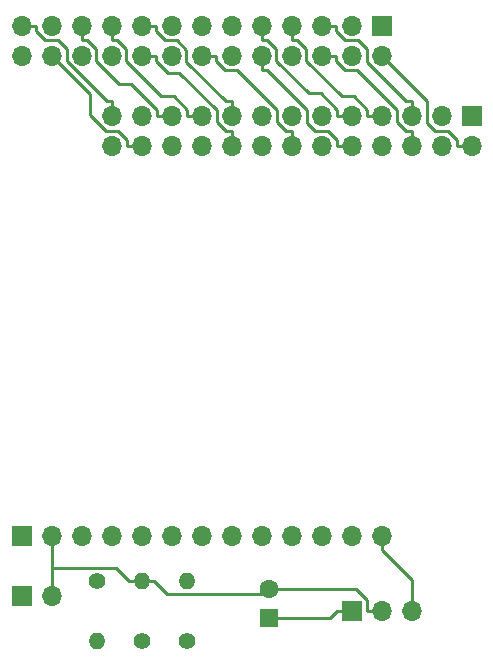
<source format=gtl>
G04 #@! TF.FileFunction,Copper,L1,Top,Signal*
%FSLAX46Y46*%
G04 Gerber Fmt 4.6, Leading zero omitted, Abs format (unit mm)*
G04 Created by KiCad (PCBNEW 4.0.1-stable) date 2017/09/23 7:18:13*
%MOMM*%
G01*
G04 APERTURE LIST*
%ADD10C,0.100000*%
%ADD11R,1.600000X1.600000*%
%ADD12C,1.600000*%
%ADD13R,1.700000X1.700000*%
%ADD14O,1.700000X1.700000*%
%ADD15C,1.400000*%
%ADD16O,1.400000X1.400000*%
%ADD17C,0.250000*%
G04 APERTURE END LIST*
D10*
D11*
X139573000Y-128270000D03*
D12*
X139573000Y-125770000D03*
D13*
X118618000Y-121285000D03*
D14*
X121158000Y-121285000D03*
X123698000Y-121285000D03*
X126238000Y-121285000D03*
X128778000Y-121285000D03*
X131318000Y-121285000D03*
X133858000Y-121285000D03*
X136398000Y-121285000D03*
X138938000Y-121285000D03*
X141478000Y-121285000D03*
X144018000Y-121285000D03*
X146558000Y-121285000D03*
X149098000Y-121285000D03*
D13*
X156718000Y-85725000D03*
D14*
X156718000Y-88265000D03*
X154178000Y-85725000D03*
X154178000Y-88265000D03*
X151638000Y-85725000D03*
X151638000Y-88265000D03*
X149098000Y-85725000D03*
X149098000Y-88265000D03*
X146558000Y-85725000D03*
X146558000Y-88265000D03*
X144018000Y-85725000D03*
X144018000Y-88265000D03*
X141478000Y-85725000D03*
X141478000Y-88265000D03*
X138938000Y-85725000D03*
X138938000Y-88265000D03*
X136398000Y-85725000D03*
X136398000Y-88265000D03*
X133858000Y-85725000D03*
X133858000Y-88265000D03*
X131318000Y-85725000D03*
X131318000Y-88265000D03*
X128778000Y-85725000D03*
X128778000Y-88265000D03*
X126238000Y-85725000D03*
X126238000Y-88265000D03*
D13*
X146558000Y-127635000D03*
D14*
X149098000Y-127635000D03*
X151638000Y-127635000D03*
D13*
X149098000Y-78105000D03*
D14*
X149098000Y-80645000D03*
X146558000Y-78105000D03*
X146558000Y-80645000D03*
X144018000Y-78105000D03*
X144018000Y-80645000D03*
X141478000Y-78105000D03*
X141478000Y-80645000D03*
X138938000Y-78105000D03*
X138938000Y-80645000D03*
X136398000Y-78105000D03*
X136398000Y-80645000D03*
X133858000Y-78105000D03*
X133858000Y-80645000D03*
X131318000Y-78105000D03*
X131318000Y-80645000D03*
X128778000Y-78105000D03*
X128778000Y-80645000D03*
X126238000Y-78105000D03*
X126238000Y-80645000D03*
X123698000Y-78105000D03*
X123698000Y-80645000D03*
X121158000Y-78105000D03*
X121158000Y-80645000D03*
X118618000Y-78105000D03*
X118618000Y-80645000D03*
D15*
X124968000Y-125095000D03*
D16*
X124968000Y-130175000D03*
D15*
X128778000Y-130175000D03*
D16*
X128778000Y-125095000D03*
D15*
X132588000Y-130175000D03*
D16*
X132588000Y-125095000D03*
D13*
X118618000Y-126365000D03*
D14*
X121158000Y-126365000D03*
D17*
X151638000Y-125050300D02*
X149098000Y-122510300D01*
X151638000Y-127635000D02*
X151638000Y-125050300D01*
X149098000Y-121285000D02*
X149098000Y-122510300D01*
X144697700Y-128270000D02*
X145332700Y-127635000D01*
X139573000Y-128270000D02*
X144697700Y-128270000D01*
X146558000Y-127635000D02*
X145332700Y-127635000D01*
X146926700Y-125770000D02*
X139573000Y-125770000D01*
X147872700Y-126716000D02*
X146926700Y-125770000D01*
X147872700Y-127635000D02*
X147872700Y-126716000D01*
X149098000Y-127635000D02*
X147872700Y-127635000D01*
X139153300Y-126189700D02*
X139573000Y-125770000D01*
X130948000Y-126189700D02*
X139153300Y-126189700D01*
X129853300Y-125095000D02*
X130948000Y-126189700D01*
X128778000Y-125095000D02*
X129853300Y-125095000D01*
X128778000Y-125095000D02*
X127702700Y-125095000D01*
X126616100Y-124008400D02*
X127702700Y-125095000D01*
X121158000Y-124008400D02*
X126616100Y-124008400D01*
X121158000Y-126365000D02*
X121158000Y-124008400D01*
X121158000Y-124008400D02*
X121158000Y-121285000D01*
X155492700Y-87757200D02*
X155492700Y-88265000D01*
X154730500Y-86995000D02*
X155492700Y-87757200D01*
X153633100Y-86995000D02*
X154730500Y-86995000D01*
X152952600Y-86314500D02*
X153633100Y-86995000D01*
X152952600Y-84499600D02*
X152952600Y-86314500D01*
X149098000Y-80645000D02*
X152952600Y-84499600D01*
X156718000Y-88265000D02*
X155492700Y-88265000D01*
X151130200Y-84499700D02*
X151638000Y-84499700D01*
X147828000Y-81197500D02*
X151130200Y-84499700D01*
X147828000Y-80100100D02*
X147828000Y-81197500D01*
X147058200Y-79330300D02*
X147828000Y-80100100D01*
X146009000Y-79330300D02*
X147058200Y-79330300D01*
X145243300Y-78564600D02*
X146009000Y-79330300D01*
X145243300Y-78105000D02*
X145243300Y-78564600D01*
X144018000Y-78105000D02*
X145243300Y-78105000D01*
X151638000Y-85725000D02*
X151638000Y-84499700D01*
X151130200Y-87039700D02*
X151638000Y-87039700D01*
X150368000Y-86277500D02*
X151130200Y-87039700D01*
X150368000Y-85260300D02*
X150368000Y-86277500D01*
X146978000Y-81870300D02*
X150368000Y-85260300D01*
X146009000Y-81870300D02*
X146978000Y-81870300D01*
X145243300Y-81104600D02*
X146009000Y-81870300D01*
X145243300Y-80645000D02*
X145243300Y-81104600D01*
X144018000Y-80645000D02*
X145243300Y-80645000D01*
X151638000Y-88265000D02*
X151638000Y-87039700D01*
X147872700Y-85217200D02*
X147872700Y-85725000D01*
X146705600Y-84050100D02*
X147872700Y-85217200D01*
X145689000Y-84050100D02*
X146705600Y-84050100D01*
X142703300Y-81064400D02*
X145689000Y-84050100D01*
X142703300Y-80096000D02*
X142703300Y-81064400D01*
X141937600Y-79330300D02*
X142703300Y-80096000D01*
X141478000Y-79330300D02*
X141937600Y-79330300D01*
X141478000Y-78105000D02*
X141478000Y-79330300D01*
X149098000Y-85725000D02*
X147872700Y-85725000D01*
X145332700Y-85217200D02*
X145332700Y-85725000D01*
X143941000Y-83825500D02*
X145332700Y-85217200D01*
X142924400Y-83825500D02*
X143941000Y-83825500D01*
X140163300Y-81064400D02*
X142924400Y-83825500D01*
X140163300Y-80096000D02*
X140163300Y-81064400D01*
X139397600Y-79330300D02*
X140163300Y-80096000D01*
X138938000Y-79330300D02*
X139397600Y-79330300D01*
X138938000Y-78105000D02*
X138938000Y-79330300D01*
X146558000Y-85725000D02*
X145332700Y-85725000D01*
X145332700Y-87757200D02*
X145332700Y-88265000D01*
X144570500Y-86995000D02*
X145332700Y-87757200D01*
X143473100Y-86995000D02*
X144570500Y-86995000D01*
X142792600Y-86314500D02*
X143473100Y-86995000D01*
X142792600Y-85265400D02*
X142792600Y-86314500D01*
X139397500Y-81870300D02*
X142792600Y-85265400D01*
X138938000Y-81870300D02*
X139397500Y-81870300D01*
X138938000Y-80645000D02*
X138938000Y-81870300D01*
X146558000Y-88265000D02*
X145332700Y-88265000D01*
X140970200Y-87039700D02*
X141478000Y-87039700D01*
X140208000Y-86277500D02*
X140970200Y-87039700D01*
X140208000Y-85260300D02*
X140208000Y-86277500D01*
X136818000Y-81870300D02*
X140208000Y-85260300D01*
X135849000Y-81870300D02*
X136818000Y-81870300D01*
X135083300Y-81104600D02*
X135849000Y-81870300D01*
X135083300Y-80645000D02*
X135083300Y-81104600D01*
X133858000Y-80645000D02*
X135083300Y-80645000D01*
X141478000Y-88265000D02*
X141478000Y-87039700D01*
X135890200Y-84499700D02*
X136398000Y-84499700D01*
X132543300Y-81152800D02*
X135890200Y-84499700D01*
X132543300Y-80137300D02*
X132543300Y-81152800D01*
X131736300Y-79330300D02*
X132543300Y-80137300D01*
X130769000Y-79330300D02*
X131736300Y-79330300D01*
X130003300Y-78564600D02*
X130769000Y-79330300D01*
X130003300Y-78105000D02*
X130003300Y-78564600D01*
X128778000Y-78105000D02*
X130003300Y-78105000D01*
X136398000Y-85725000D02*
X136398000Y-84499700D01*
X128778000Y-80645000D02*
X130003300Y-80645000D01*
X136398000Y-88265000D02*
X136398000Y-87039700D01*
X135890200Y-87039700D02*
X136398000Y-87039700D01*
X135128000Y-86277500D02*
X135890200Y-87039700D01*
X135128000Y-85260300D02*
X135128000Y-86277500D01*
X131945300Y-82077600D02*
X135128000Y-85260300D01*
X130976300Y-82077600D02*
X131945300Y-82077600D01*
X130003300Y-81104600D02*
X130976300Y-82077600D01*
X130003300Y-80645000D02*
X130003300Y-81104600D01*
X132632700Y-85217200D02*
X132632700Y-85725000D01*
X131465600Y-84050100D02*
X132632700Y-85217200D01*
X130426300Y-84050100D02*
X131465600Y-84050100D01*
X127463300Y-81087100D02*
X130426300Y-84050100D01*
X127463300Y-80096000D02*
X127463300Y-81087100D01*
X126697600Y-79330300D02*
X127463300Y-80096000D01*
X126238000Y-79330300D02*
X126697600Y-79330300D01*
X126238000Y-78105000D02*
X126238000Y-79330300D01*
X133858000Y-85725000D02*
X132632700Y-85725000D01*
X130092700Y-85217200D02*
X130092700Y-85725000D01*
X127883500Y-83008000D02*
X130092700Y-85217200D01*
X126856200Y-83008000D02*
X127883500Y-83008000D01*
X124923300Y-81075100D02*
X126856200Y-83008000D01*
X124923300Y-80096000D02*
X124923300Y-81075100D01*
X124157600Y-79330300D02*
X124923300Y-80096000D01*
X123698000Y-79330300D02*
X124157600Y-79330300D01*
X123698000Y-78105000D02*
X123698000Y-79330300D01*
X131318000Y-85725000D02*
X130092700Y-85725000D01*
X127552700Y-87757200D02*
X127552700Y-88265000D01*
X126790500Y-86995000D02*
X127552700Y-87757200D01*
X125760800Y-86995000D02*
X126790500Y-86995000D01*
X124415600Y-85649800D02*
X125760800Y-86995000D01*
X124415600Y-83902600D02*
X124415600Y-85649800D01*
X121158000Y-80645000D02*
X124415600Y-83902600D01*
X128778000Y-88265000D02*
X127552700Y-88265000D01*
X125813900Y-84499700D02*
X126238000Y-84499700D01*
X122428000Y-81113800D02*
X125813900Y-84499700D01*
X122428000Y-80100100D02*
X122428000Y-81113800D01*
X121658200Y-79330300D02*
X122428000Y-80100100D01*
X120609000Y-79330300D02*
X121658200Y-79330300D01*
X119843300Y-78564600D02*
X120609000Y-79330300D01*
X119843300Y-78105000D02*
X119843300Y-78564600D01*
X118618000Y-78105000D02*
X119843300Y-78105000D01*
X126238000Y-85725000D02*
X126238000Y-84499700D01*
M02*

</source>
